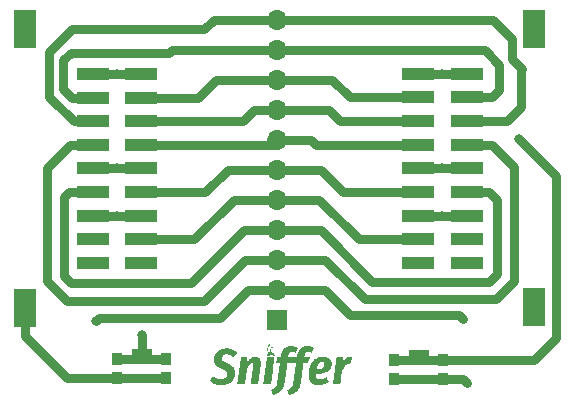
<source format=gbr>
%TF.GenerationSoftware,KiCad,Pcbnew,7.0.2*%
%TF.CreationDate,2023-12-17T17:40:19-05:00*%
%TF.ProjectId,AntSniffer,416e7453-6e69-4666-9665-722e6b696361,rev?*%
%TF.SameCoordinates,Original*%
%TF.FileFunction,Copper,L1,Top*%
%TF.FilePolarity,Positive*%
%FSLAX46Y46*%
G04 Gerber Fmt 4.6, Leading zero omitted, Abs format (unit mm)*
G04 Created by KiCad (PCBNEW 7.0.2) date 2023-12-17 17:40:19*
%MOMM*%
%LPD*%
G01*
G04 APERTURE LIST*
%TA.AperFunction,SMDPad,CuDef*%
%ADD10R,2.800000X1.100000*%
%TD*%
%TA.AperFunction,SMDPad,CuDef*%
%ADD11R,1.900000X3.200000*%
%TD*%
%TA.AperFunction,SMDPad,CuDef*%
%ADD12R,0.900000X1.000000*%
%TD*%
%TA.AperFunction,SMDPad,CuDef*%
%ADD13R,1.700000X0.550000*%
%TD*%
%TA.AperFunction,ComponentPad*%
%ADD14R,1.700000X1.700000*%
%TD*%
%TA.AperFunction,ComponentPad*%
%ADD15O,1.700000X1.700000*%
%TD*%
%TA.AperFunction,ViaPad*%
%ADD16C,0.800000*%
%TD*%
%TA.AperFunction,Conductor*%
%ADD17C,0.750000*%
%TD*%
%TA.AperFunction,Conductor*%
%ADD18C,0.250000*%
%TD*%
G04 APERTURE END LIST*
%TA.AperFunction,EtchedComponent*%
%TO.C,G\u002A\u002A\u002A*%
G36*
X167692774Y-69570285D02*
G01*
X167749495Y-69570530D01*
X167801344Y-69570917D01*
X167847184Y-69571429D01*
X167885881Y-69572051D01*
X167916299Y-69572768D01*
X167937302Y-69573561D01*
X167947751Y-69574417D01*
X167948713Y-69574738D01*
X167948137Y-69581100D01*
X167945963Y-69598860D01*
X167942268Y-69627428D01*
X167937135Y-69666218D01*
X167930645Y-69714644D01*
X167922873Y-69772118D01*
X167913906Y-69838053D01*
X167903822Y-69911864D01*
X167892700Y-69992961D01*
X167880622Y-70080762D01*
X167867666Y-70174676D01*
X167853914Y-70274117D01*
X167839448Y-70378498D01*
X167824345Y-70487233D01*
X167808688Y-70599734D01*
X167793224Y-70710625D01*
X167635308Y-71841975D01*
X167319255Y-71843540D01*
X167249008Y-71843862D01*
X167189912Y-71844058D01*
X167141018Y-71844101D01*
X167101378Y-71843969D01*
X167070041Y-71843638D01*
X167046061Y-71843081D01*
X167028484Y-71842277D01*
X167016365Y-71841197D01*
X167008757Y-71839822D01*
X167004706Y-71838122D01*
X167003266Y-71836076D01*
X167003200Y-71835400D01*
X167004020Y-71828671D01*
X167006410Y-71810678D01*
X167010271Y-71782140D01*
X167015504Y-71743775D01*
X167022008Y-71696305D01*
X167029684Y-71640446D01*
X167038431Y-71576919D01*
X167048151Y-71506444D01*
X167058743Y-71429740D01*
X167070107Y-71347523D01*
X167082143Y-71260518D01*
X167094751Y-71169440D01*
X167107832Y-71075012D01*
X167121287Y-70977950D01*
X167135012Y-70878974D01*
X167148912Y-70778804D01*
X167162884Y-70678160D01*
X167176831Y-70577762D01*
X167190650Y-70478325D01*
X167204242Y-70380573D01*
X167217509Y-70285221D01*
X167230349Y-70192993D01*
X167242664Y-70104606D01*
X167254352Y-70020778D01*
X167265314Y-69942231D01*
X167275450Y-69869683D01*
X167284662Y-69803855D01*
X167292847Y-69745462D01*
X167299908Y-69695228D01*
X167305742Y-69653869D01*
X167310253Y-69622106D01*
X167313338Y-69600659D01*
X167314899Y-69590247D01*
X167314962Y-69589863D01*
X167318349Y-69570200D01*
X167632318Y-69570200D01*
X167692774Y-69570285D01*
G37*
%TD.AperFunction*%
%TA.AperFunction,EtchedComponent*%
G36*
X174359356Y-69511426D02*
G01*
X174363025Y-69511561D01*
X174401135Y-69513907D01*
X174438799Y-69517870D01*
X174473734Y-69523049D01*
X174503658Y-69529045D01*
X174526290Y-69535460D01*
X174539347Y-69541894D01*
X174540061Y-69542545D01*
X174538979Y-69548747D01*
X174534720Y-69565206D01*
X174527676Y-69590612D01*
X174518239Y-69623663D01*
X174506801Y-69663050D01*
X174493757Y-69707469D01*
X174479497Y-69755614D01*
X174464416Y-69806179D01*
X174448906Y-69857857D01*
X174433359Y-69909343D01*
X174418169Y-69959331D01*
X174403727Y-70006514D01*
X174390427Y-70049588D01*
X174378662Y-70087248D01*
X174368825Y-70118184D01*
X174361306Y-70141094D01*
X174356500Y-70154670D01*
X174355000Y-70157889D01*
X174347658Y-70158428D01*
X174331380Y-70156648D01*
X174309037Y-70152916D01*
X174296475Y-70150427D01*
X174233640Y-70140636D01*
X174175082Y-70138592D01*
X174120383Y-70144674D01*
X174069131Y-70159257D01*
X174020912Y-70182719D01*
X173975312Y-70215437D01*
X173931917Y-70257788D01*
X173890312Y-70310148D01*
X173850087Y-70372897D01*
X173810823Y-70446409D01*
X173772111Y-70531064D01*
X173733534Y-70627232D01*
X173713519Y-70681560D01*
X173682700Y-70767446D01*
X173609756Y-71301063D01*
X173598930Y-71380049D01*
X173588521Y-71455622D01*
X173578649Y-71526915D01*
X173569434Y-71593069D01*
X173561000Y-71653222D01*
X173553467Y-71706512D01*
X173546960Y-71752078D01*
X173541597Y-71789058D01*
X173537502Y-71816591D01*
X173534796Y-71833813D01*
X173533622Y-71839839D01*
X173527285Y-71840695D01*
X173510278Y-71841492D01*
X173483967Y-71842222D01*
X173449722Y-71842883D01*
X173408909Y-71843468D01*
X173362892Y-71843973D01*
X173313044Y-71844392D01*
X173260728Y-71844721D01*
X173207312Y-71844954D01*
X173154165Y-71845085D01*
X173102652Y-71845112D01*
X173054140Y-71845026D01*
X173009999Y-71844824D01*
X172971594Y-71844500D01*
X172940292Y-71844050D01*
X172917463Y-71843468D01*
X172904471Y-71842750D01*
X172901950Y-71842204D01*
X172902770Y-71836021D01*
X172905184Y-71818440D01*
X172909104Y-71790048D01*
X172914451Y-71751431D01*
X172921145Y-71703178D01*
X172929102Y-71645872D01*
X172938241Y-71580102D01*
X172948480Y-71506454D01*
X172959739Y-71425512D01*
X172971934Y-71337868D01*
X172984986Y-71244104D01*
X172998813Y-71144807D01*
X173013333Y-71040565D01*
X173028463Y-70931964D01*
X173044125Y-70819592D01*
X173059250Y-70711088D01*
X173075337Y-70595647D01*
X173090972Y-70483397D01*
X173106073Y-70374923D01*
X173120557Y-70270815D01*
X173134343Y-70171663D01*
X173147350Y-70078054D01*
X173159493Y-69990579D01*
X173170694Y-69909827D01*
X173180870Y-69836384D01*
X173189938Y-69770840D01*
X173197821Y-69713788D01*
X173204431Y-69665812D01*
X173209691Y-69627504D01*
X173213518Y-69599451D01*
X173215829Y-69582243D01*
X173216550Y-69576485D01*
X173222107Y-69574780D01*
X173238882Y-69573350D01*
X173267023Y-69572190D01*
X173306677Y-69571299D01*
X173357995Y-69570675D01*
X173421125Y-69570308D01*
X173489623Y-69570200D01*
X173762698Y-69570200D01*
X173758597Y-69768338D01*
X173754495Y-69966475D01*
X173781182Y-69917431D01*
X173835220Y-69827104D01*
X173893041Y-69747681D01*
X173954478Y-69679308D01*
X174019369Y-69622131D01*
X174087549Y-69576299D01*
X174158855Y-69541956D01*
X174225632Y-69520975D01*
X174249850Y-69515692D01*
X174271833Y-69512334D01*
X174295080Y-69510664D01*
X174323088Y-69510442D01*
X174359356Y-69511426D01*
G37*
%TD.AperFunction*%
%TA.AperFunction,EtchedComponent*%
G36*
X164033433Y-68813031D02*
G01*
X164154907Y-68828422D01*
X164270099Y-68854139D01*
X164379047Y-68890193D01*
X164481787Y-68936603D01*
X164578357Y-68993379D01*
X164668795Y-69060541D01*
X164753138Y-69138100D01*
X164753639Y-69138609D01*
X164806102Y-69192075D01*
X164635579Y-69365162D01*
X164465058Y-69538249D01*
X164419768Y-69499239D01*
X164346653Y-69441782D01*
X164272390Y-69394130D01*
X164198186Y-69356980D01*
X164129410Y-69332211D01*
X164062467Y-69316905D01*
X163991395Y-69307870D01*
X163919755Y-69305242D01*
X163851105Y-69309155D01*
X163790650Y-69319350D01*
X163729105Y-69339404D01*
X163673012Y-69368451D01*
X163623541Y-69405396D01*
X163581861Y-69449147D01*
X163549142Y-69498608D01*
X163526558Y-69552687D01*
X163521666Y-69570764D01*
X163512475Y-69632477D01*
X163514380Y-69691330D01*
X163527165Y-69746441D01*
X163550610Y-69796925D01*
X163584498Y-69841898D01*
X163590197Y-69847840D01*
X163616761Y-69872236D01*
X163648556Y-69896643D01*
X163686561Y-69921612D01*
X163731755Y-69947693D01*
X163785123Y-69975438D01*
X163847641Y-70005401D01*
X163920295Y-70038131D01*
X163957025Y-70054112D01*
X164039906Y-70090879D01*
X164112630Y-70125506D01*
X164176755Y-70158897D01*
X164233834Y-70191953D01*
X164285423Y-70225577D01*
X164333077Y-70260669D01*
X164378353Y-70298133D01*
X164379351Y-70299007D01*
X164440705Y-70358739D01*
X164492080Y-70422219D01*
X164533983Y-70490525D01*
X164566929Y-70564736D01*
X164591428Y-70645924D01*
X164607993Y-70735172D01*
X164614403Y-70793812D01*
X164617745Y-70902144D01*
X164609768Y-71009391D01*
X164590820Y-71114520D01*
X164561257Y-71216497D01*
X164521427Y-71314288D01*
X164471685Y-71406860D01*
X164412381Y-71493176D01*
X164352469Y-71563243D01*
X164270773Y-71640842D01*
X164181526Y-71709089D01*
X164085049Y-71767824D01*
X163981665Y-71816882D01*
X163871698Y-71856100D01*
X163755470Y-71885313D01*
X163695166Y-71896108D01*
X163667835Y-71899805D01*
X163633442Y-71903614D01*
X163594769Y-71907312D01*
X163554603Y-71910682D01*
X163515730Y-71913501D01*
X163480933Y-71915550D01*
X163453002Y-71916610D01*
X163436725Y-71916564D01*
X163423851Y-71915915D01*
X163401882Y-71914715D01*
X163373802Y-71913129D01*
X163342596Y-71911325D01*
X163339925Y-71911169D01*
X163213056Y-71898266D01*
X163091969Y-71874751D01*
X162976579Y-71840602D01*
X162866799Y-71795786D01*
X162762546Y-71740277D01*
X162710725Y-71707336D01*
X162667755Y-71676785D01*
X162623421Y-71642347D01*
X162580246Y-71606190D01*
X162540752Y-71570478D01*
X162507465Y-71537376D01*
X162490155Y-71518052D01*
X162463186Y-71485918D01*
X162568805Y-71383973D01*
X162604519Y-71349556D01*
X162643101Y-71312470D01*
X162681809Y-71275340D01*
X162717908Y-71240793D01*
X162748663Y-71211451D01*
X162754508Y-71205891D01*
X162834590Y-71129752D01*
X162880246Y-71172391D01*
X162960293Y-71240540D01*
X163041977Y-71296830D01*
X163125776Y-71341450D01*
X163212174Y-71374585D01*
X163301651Y-71396422D01*
X163394687Y-71407147D01*
X163485125Y-71407299D01*
X163555898Y-71400749D01*
X163619211Y-71388012D01*
X163678449Y-71368263D01*
X163717480Y-71350729D01*
X163776863Y-71315083D01*
X163827320Y-71271463D01*
X163868548Y-71220381D01*
X163900242Y-71162355D01*
X163922098Y-71097894D01*
X163933813Y-71027517D01*
X163935850Y-70981072D01*
X163932124Y-70926291D01*
X163921578Y-70872350D01*
X163905162Y-70823428D01*
X163895201Y-70802435D01*
X163874220Y-70769832D01*
X163845965Y-70737509D01*
X163809820Y-70705055D01*
X163765166Y-70672062D01*
X163711383Y-70638115D01*
X163647856Y-70602805D01*
X163573963Y-70565722D01*
X163489088Y-70526455D01*
X163460925Y-70513983D01*
X163351049Y-70462700D01*
X163252886Y-70410217D01*
X163166080Y-70356068D01*
X163090268Y-70299788D01*
X163025090Y-70240911D01*
X162970182Y-70178972D01*
X162925188Y-70113508D01*
X162889742Y-70044051D01*
X162863485Y-69970134D01*
X162846056Y-69891295D01*
X162837092Y-69807068D01*
X162836235Y-69716988D01*
X162836513Y-69709350D01*
X162846434Y-69606093D01*
X162867592Y-69506530D01*
X162899531Y-69411241D01*
X162941797Y-69320801D01*
X162993935Y-69235788D01*
X163055490Y-69156782D01*
X163126006Y-69084358D01*
X163205030Y-69019094D01*
X163292105Y-68961567D01*
X163386779Y-68912356D01*
X163488594Y-68872039D01*
X163498736Y-68868655D01*
X163595344Y-68841378D01*
X163694617Y-68822406D01*
X163798926Y-68811382D01*
X163905639Y-68807951D01*
X164033433Y-68813031D01*
G37*
%TD.AperFunction*%
%TA.AperFunction,EtchedComponent*%
G36*
X167539439Y-68473383D02*
G01*
X167554929Y-68478135D01*
X167567515Y-68488955D01*
X167579712Y-68505235D01*
X167588109Y-68526233D01*
X167590006Y-68551822D01*
X167585544Y-68576639D01*
X167577417Y-68592431D01*
X167555957Y-68612224D01*
X167531009Y-68623308D01*
X167507843Y-68624461D01*
X167496443Y-68623690D01*
X167487306Y-68626737D01*
X167479021Y-68635314D01*
X167470174Y-68651127D01*
X167459352Y-68675889D01*
X167453568Y-68690138D01*
X167438569Y-68729499D01*
X167428051Y-68763088D01*
X167421343Y-68794716D01*
X167417778Y-68828192D01*
X167416690Y-68867327D01*
X167417014Y-68898650D01*
X167417888Y-68934166D01*
X167419222Y-68960760D01*
X167421495Y-68981611D01*
X167425191Y-68999899D01*
X167430789Y-69018800D01*
X167438529Y-69040825D01*
X167451368Y-69074462D01*
X167463894Y-69104245D01*
X167475243Y-69128365D01*
X167484558Y-69145017D01*
X167490973Y-69152397D01*
X167491840Y-69152602D01*
X167499520Y-69150734D01*
X167515050Y-69146022D01*
X167532002Y-69140502D01*
X167553321Y-69134083D01*
X167571808Y-69129745D01*
X167581256Y-69128550D01*
X167586501Y-69128119D01*
X167590261Y-69125609D01*
X167592875Y-69119209D01*
X167594685Y-69107100D01*
X167596028Y-69087465D01*
X167597246Y-69058490D01*
X167597934Y-69039313D01*
X167599354Y-69005456D01*
X167601083Y-68973910D01*
X167602934Y-68947617D01*
X167604712Y-68929518D01*
X167605247Y-68925875D01*
X167609600Y-68908339D01*
X167617371Y-68883799D01*
X167627282Y-68855692D01*
X167638049Y-68827457D01*
X167648391Y-68802530D01*
X167657026Y-68784351D01*
X167659749Y-68779687D01*
X167664860Y-68769014D01*
X167663598Y-68758305D01*
X167658813Y-68747589D01*
X167652320Y-68721997D01*
X167657699Y-68695725D01*
X167674769Y-68669529D01*
X167690605Y-68655083D01*
X167708574Y-68647905D01*
X167720956Y-68645952D01*
X167751786Y-68647557D01*
X167776998Y-68658670D01*
X167795326Y-68677515D01*
X167805507Y-68702308D01*
X167806275Y-68731270D01*
X167799288Y-68756183D01*
X167787214Y-68775335D01*
X167768668Y-68787713D01*
X167741309Y-68794769D01*
X167735774Y-68795524D01*
X167722077Y-68797623D01*
X167712912Y-68801451D01*
X167705813Y-68809527D01*
X167698311Y-68824371D01*
X167691056Y-68841175D01*
X167677546Y-68874707D01*
X167667756Y-68904251D01*
X167660977Y-68933296D01*
X167656506Y-68965331D01*
X167653630Y-69003846D01*
X167652360Y-69031959D01*
X167648990Y-69119893D01*
X167696658Y-69129654D01*
X167726667Y-69135859D01*
X167747530Y-69140476D01*
X167761966Y-69144287D01*
X167772696Y-69148085D01*
X167782435Y-69152658D01*
X167790236Y-69156804D01*
X167841455Y-69190198D01*
X167886222Y-69230738D01*
X167923403Y-69276779D01*
X167951861Y-69326680D01*
X167970462Y-69378798D01*
X167977946Y-69428368D01*
X167979625Y-69464325D01*
X167927840Y-69466062D01*
X167876054Y-69467797D01*
X167872953Y-69444887D01*
X167868000Y-69426427D01*
X167858724Y-69404272D01*
X167852055Y-69391725D01*
X167838692Y-69372317D01*
X167822893Y-69357666D01*
X167800384Y-69343945D01*
X167796326Y-69341813D01*
X167759569Y-69326817D01*
X167725761Y-69322346D01*
X167692104Y-69328279D01*
X167671683Y-69336377D01*
X167636381Y-69359024D01*
X167609876Y-69389978D01*
X167592192Y-69429207D01*
X167591586Y-69431228D01*
X167580975Y-69467334D01*
X167535600Y-69467806D01*
X167512305Y-69468170D01*
X167493090Y-69468691D01*
X167481755Y-69469264D01*
X167481150Y-69469327D01*
X167472071Y-69469591D01*
X167453337Y-69469598D01*
X167427392Y-69469365D01*
X167396677Y-69468906D01*
X167385107Y-69468692D01*
X167298137Y-69467009D01*
X167302184Y-69435417D01*
X167312377Y-69382020D01*
X167328150Y-69334387D01*
X167346057Y-69299346D01*
X167356638Y-69281755D01*
X167363933Y-69268011D01*
X167366200Y-69261834D01*
X167370600Y-69253822D01*
X167373763Y-69251219D01*
X167381432Y-69244599D01*
X167394664Y-69231750D01*
X167410767Y-69215293D01*
X167412854Y-69213105D01*
X167444381Y-69179975D01*
X167427979Y-69155598D01*
X167419406Y-69140000D01*
X167408649Y-69116262D01*
X167397169Y-69087786D01*
X167387734Y-69061823D01*
X167363893Y-68992425D01*
X167364149Y-68886550D01*
X167364334Y-68847870D01*
X167364886Y-68818592D01*
X167366128Y-68796024D01*
X167368383Y-68777463D01*
X167371971Y-68760220D01*
X167377216Y-68741592D01*
X167384020Y-68720175D01*
X167394707Y-68689834D01*
X167406915Y-68659208D01*
X167418685Y-68633079D01*
X167423695Y-68623371D01*
X167435085Y-68600888D01*
X167441005Y-68582513D01*
X167442951Y-68562461D01*
X167442888Y-68549278D01*
X167442934Y-68527740D01*
X167445283Y-68513796D01*
X167451390Y-68502974D01*
X167461601Y-68491909D01*
X167474271Y-68480583D01*
X167486272Y-68474717D01*
X167502485Y-68472561D01*
X167516487Y-68472328D01*
X167539439Y-68473383D01*
G37*
%TD.AperFunction*%
%TA.AperFunction,EtchedComponent*%
G36*
X166409209Y-69503340D02*
G01*
X166478964Y-69516525D01*
X166544018Y-69538846D01*
X166603377Y-69570109D01*
X166656043Y-69610121D01*
X166701018Y-69658687D01*
X166704052Y-69662666D01*
X166743676Y-69725055D01*
X166774988Y-69795093D01*
X166797581Y-69871270D01*
X166811045Y-69952074D01*
X166814973Y-70035995D01*
X166813828Y-70069325D01*
X166812569Y-70082445D01*
X166809693Y-70106805D01*
X166805297Y-70141669D01*
X166799485Y-70186302D01*
X166792356Y-70239965D01*
X166784009Y-70301924D01*
X166774549Y-70371442D01*
X166764073Y-70447782D01*
X166752680Y-70530207D01*
X166740475Y-70617979D01*
X166727556Y-70710367D01*
X166714025Y-70806631D01*
X166699980Y-70906035D01*
X166688982Y-70983530D01*
X166674742Y-71083712D01*
X166660976Y-71180607D01*
X166647781Y-71273542D01*
X166635250Y-71361838D01*
X166623483Y-71444821D01*
X166612572Y-71521814D01*
X166602613Y-71592144D01*
X166593703Y-71655132D01*
X166585937Y-71710104D01*
X166579412Y-71756385D01*
X166574221Y-71793297D01*
X166570462Y-71820166D01*
X166568227Y-71836315D01*
X166567600Y-71841118D01*
X166561737Y-71841858D01*
X166544891Y-71842553D01*
X166518176Y-71843188D01*
X166482712Y-71843749D01*
X166439615Y-71844223D01*
X166390002Y-71844596D01*
X166334989Y-71844855D01*
X166275693Y-71844984D01*
X166249303Y-71845000D01*
X165931004Y-71845000D01*
X165934523Y-71825337D01*
X165936528Y-71812823D01*
X165940037Y-71789404D01*
X165944928Y-71755966D01*
X165951076Y-71713396D01*
X165958357Y-71662578D01*
X165966646Y-71604403D01*
X165975821Y-71539755D01*
X165985758Y-71469520D01*
X165996331Y-71394587D01*
X166007418Y-71315842D01*
X166018895Y-71234171D01*
X166030635Y-71150462D01*
X166042519Y-71065600D01*
X166054420Y-70980473D01*
X166066212Y-70895968D01*
X166077775Y-70812972D01*
X166088983Y-70732370D01*
X166099712Y-70655051D01*
X166109840Y-70581902D01*
X166119240Y-70513806D01*
X166127790Y-70451654D01*
X166135364Y-70396328D01*
X166141842Y-70348719D01*
X166147097Y-70309712D01*
X166151004Y-70280194D01*
X166153442Y-70261052D01*
X166154252Y-70253762D01*
X166155015Y-70216237D01*
X166152040Y-70178411D01*
X166145863Y-70143626D01*
X166137018Y-70115220D01*
X166129817Y-70101344D01*
X166105462Y-70075020D01*
X166075401Y-70058878D01*
X166040761Y-70053110D01*
X166002671Y-70057914D01*
X165963980Y-70072617D01*
X165926283Y-70096696D01*
X165886345Y-70132219D01*
X165844458Y-70178797D01*
X165800914Y-70236038D01*
X165756003Y-70303556D01*
X165710021Y-70380961D01*
X165663256Y-70467865D01*
X165654737Y-70484570D01*
X165616885Y-70559375D01*
X165527866Y-71200675D01*
X165438848Y-71841975D01*
X165122950Y-71843540D01*
X165053027Y-71843870D01*
X164994242Y-71844090D01*
X164945630Y-71844171D01*
X164906229Y-71844085D01*
X164875076Y-71843805D01*
X164851208Y-71843299D01*
X164833662Y-71842540D01*
X164821474Y-71841500D01*
X164813681Y-71840151D01*
X164809323Y-71838462D01*
X164807434Y-71836409D01*
X164807050Y-71834188D01*
X164807870Y-71827341D01*
X164810262Y-71809233D01*
X164814126Y-71780579D01*
X164819363Y-71742103D01*
X164825871Y-71694524D01*
X164833553Y-71638559D01*
X164842305Y-71574934D01*
X164852032Y-71504366D01*
X164862629Y-71427574D01*
X164873999Y-71345279D01*
X164886041Y-71258203D01*
X164898656Y-71167064D01*
X164911743Y-71072584D01*
X164925203Y-70975481D01*
X164938934Y-70876476D01*
X164952838Y-70776289D01*
X164966813Y-70675641D01*
X164980762Y-70575255D01*
X164994583Y-70475844D01*
X165008174Y-70378132D01*
X165021440Y-70282839D01*
X165034279Y-70190685D01*
X165046588Y-70102390D01*
X165058268Y-70018675D01*
X165069223Y-69940260D01*
X165079349Y-69867865D01*
X165088548Y-69802209D01*
X165096719Y-69744014D01*
X165103762Y-69693999D01*
X165109578Y-69652883D01*
X165114066Y-69621389D01*
X165117125Y-69600235D01*
X165118657Y-69590140D01*
X165118706Y-69589863D01*
X165122199Y-69570200D01*
X165393167Y-69570200D01*
X165449229Y-69570255D01*
X165501485Y-69570411D01*
X165548708Y-69570656D01*
X165589673Y-69570980D01*
X165623156Y-69571371D01*
X165647930Y-69571819D01*
X165662770Y-69572311D01*
X165666655Y-69572713D01*
X165667190Y-69579227D01*
X165667281Y-69596056D01*
X165666952Y-69621425D01*
X165666233Y-69653560D01*
X165665151Y-69690679D01*
X165664593Y-69707325D01*
X165663275Y-69749803D01*
X165662260Y-69791589D01*
X165661592Y-69829970D01*
X165661316Y-69862231D01*
X165661479Y-69885660D01*
X165661568Y-69889045D01*
X165663125Y-69938664D01*
X165708500Y-69877229D01*
X165766804Y-69804186D01*
X165829085Y-69737091D01*
X165894013Y-69677062D01*
X165960261Y-69625216D01*
X166026494Y-69582671D01*
X166091384Y-69550545D01*
X166103122Y-69545837D01*
X166181712Y-69520540D01*
X166259587Y-69505154D01*
X166335751Y-69499486D01*
X166409209Y-69503340D01*
G37*
%TD.AperFunction*%
%TA.AperFunction,EtchedComponent*%
G36*
X172114958Y-69500682D02*
G01*
X172216206Y-69510079D01*
X172313744Y-69528367D01*
X172405911Y-69555731D01*
X172416576Y-69559649D01*
X172491021Y-69593379D01*
X172560215Y-69636186D01*
X172622996Y-69686909D01*
X172678202Y-69744391D01*
X172724669Y-69807469D01*
X172761240Y-69874986D01*
X172779578Y-69921990D01*
X172798548Y-69997175D01*
X172807981Y-70077412D01*
X172808061Y-70160553D01*
X172798976Y-70244449D01*
X172780911Y-70326954D01*
X172754052Y-70405917D01*
X172733905Y-70450475D01*
X172695895Y-70516988D01*
X172651008Y-70577334D01*
X172598197Y-70632484D01*
X172536418Y-70683414D01*
X172464635Y-70731093D01*
X172387700Y-70773517D01*
X172268735Y-70828501D01*
X172140009Y-70877623D01*
X172002497Y-70920613D01*
X171857166Y-70957198D01*
X171704991Y-70987103D01*
X171546943Y-71010058D01*
X171542212Y-71010625D01*
X171480200Y-71018021D01*
X171480200Y-71045980D01*
X171482735Y-71096206D01*
X171489841Y-71148794D01*
X171500760Y-71200259D01*
X171514734Y-71247112D01*
X171531007Y-71285868D01*
X171533128Y-71289903D01*
X171552303Y-71317864D01*
X171578962Y-71346933D01*
X171609386Y-71373641D01*
X171639860Y-71394519D01*
X171651961Y-71400799D01*
X171701128Y-71417973D01*
X171757860Y-71428712D01*
X171819411Y-71432907D01*
X171883034Y-71430457D01*
X171945981Y-71421253D01*
X171979325Y-71413276D01*
X172044457Y-71391683D01*
X172114576Y-71361853D01*
X172187149Y-71325028D01*
X172259635Y-71282447D01*
X172298129Y-71257307D01*
X172316064Y-71245618D01*
X172330162Y-71237295D01*
X172337412Y-71234113D01*
X172337454Y-71234115D01*
X172341427Y-71239160D01*
X172350572Y-71253264D01*
X172364041Y-71274984D01*
X172380990Y-71302879D01*
X172400568Y-71335510D01*
X172421934Y-71371436D01*
X172444236Y-71409219D01*
X172466631Y-71447413D01*
X172488270Y-71484583D01*
X172508310Y-71519286D01*
X172525901Y-71550082D01*
X172540198Y-71575530D01*
X172550353Y-71594192D01*
X172555521Y-71604623D01*
X172555967Y-71605908D01*
X172552086Y-71614086D01*
X172538963Y-71627071D01*
X172518007Y-71643934D01*
X172490631Y-71663747D01*
X172458247Y-71685584D01*
X172422269Y-71708518D01*
X172384106Y-71731623D01*
X172345170Y-71753967D01*
X172306875Y-71774627D01*
X172274119Y-71791015D01*
X172211933Y-71818095D01*
X172142529Y-71843781D01*
X172070785Y-71866450D01*
X172001581Y-71884484D01*
X171976300Y-71889918D01*
X171945702Y-71895266D01*
X171908439Y-71900591D01*
X171867351Y-71905608D01*
X171825271Y-71910033D01*
X171785038Y-71913579D01*
X171749491Y-71915962D01*
X171721465Y-71916894D01*
X171710100Y-71916678D01*
X171698172Y-71915935D01*
X171677241Y-71914526D01*
X171650370Y-71912658D01*
X171623703Y-71910765D01*
X171516892Y-71897934D01*
X171416851Y-71875393D01*
X171323864Y-71843376D01*
X171238218Y-71802115D01*
X171160194Y-71751846D01*
X171090078Y-71692800D01*
X171028153Y-71625213D01*
X170974706Y-71549320D01*
X170930018Y-71465351D01*
X170894375Y-71373542D01*
X170872138Y-71292757D01*
X170858988Y-71220805D01*
X170850036Y-71139744D01*
X170845272Y-71051810D01*
X170844684Y-70959237D01*
X170848259Y-70864259D01*
X170855988Y-70769112D01*
X170867856Y-70676028D01*
X170875643Y-70629277D01*
X170881098Y-70603349D01*
X171517766Y-70603349D01*
X171518211Y-70611314D01*
X171522809Y-70615572D01*
X171533434Y-70616660D01*
X171551958Y-70615117D01*
X171580252Y-70611483D01*
X171587148Y-70610565D01*
X171691996Y-70593026D01*
X171786403Y-70569593D01*
X171870540Y-70540190D01*
X171944577Y-70504740D01*
X172008684Y-70463165D01*
X172063029Y-70415391D01*
X172092064Y-70382412D01*
X172131015Y-70326188D01*
X172158465Y-70269395D01*
X172174965Y-70210404D01*
X172181070Y-70147585D01*
X172180711Y-70120750D01*
X172175109Y-70069780D01*
X172162642Y-70028086D01*
X172142765Y-69994634D01*
X172114935Y-69968381D01*
X172094275Y-69955693D01*
X172072907Y-69948300D01*
X172043109Y-69943033D01*
X172008394Y-69940106D01*
X171972278Y-69939733D01*
X171938278Y-69942129D01*
X171919856Y-69945087D01*
X171882341Y-69956461D01*
X171841825Y-69974676D01*
X171803088Y-69997312D01*
X171774701Y-70018592D01*
X171741293Y-70052600D01*
X171707247Y-70096941D01*
X171673558Y-70149954D01*
X171641214Y-70209982D01*
X171611214Y-70275370D01*
X171592291Y-70323032D01*
X171582474Y-70351634D01*
X171571149Y-70388202D01*
X171559145Y-70429666D01*
X171547298Y-70472954D01*
X171536440Y-70514998D01*
X171527403Y-70552727D01*
X171521018Y-70583069D01*
X171519603Y-70591137D01*
X171517766Y-70603349D01*
X170881098Y-70603349D01*
X170898484Y-70520725D01*
X170927121Y-70413997D01*
X170960802Y-70311245D01*
X170998779Y-70214615D01*
X171040302Y-70126254D01*
X171070266Y-70071842D01*
X171127976Y-69982828D01*
X171193372Y-69897705D01*
X171264695Y-69818379D01*
X171340188Y-69746761D01*
X171418095Y-69684761D01*
X171441713Y-69668297D01*
X171522471Y-69620639D01*
X171611136Y-69580577D01*
X171706046Y-69548296D01*
X171805542Y-69523982D01*
X171907966Y-69507817D01*
X172011658Y-69499990D01*
X172114958Y-69500682D01*
G37*
%TD.AperFunction*%
%TA.AperFunction,EtchedComponent*%
G36*
X169463821Y-68605280D02*
G01*
X169496722Y-68608017D01*
X169570556Y-68619221D01*
X169646623Y-68636412D01*
X169719432Y-68658239D01*
X169756712Y-68671976D01*
X169787565Y-68685310D01*
X169822447Y-68702072D01*
X169858420Y-68720681D01*
X169892552Y-68739563D01*
X169921909Y-68757135D01*
X169943556Y-68771824D01*
X169946232Y-68773898D01*
X169962959Y-68787237D01*
X169853096Y-68971507D01*
X169827506Y-69014347D01*
X169803784Y-69053908D01*
X169782662Y-69088976D01*
X169764871Y-69118347D01*
X169751141Y-69140813D01*
X169742205Y-69155167D01*
X169738867Y-69160150D01*
X169731960Y-69159465D01*
X169716842Y-69154120D01*
X169696012Y-69145078D01*
X169680185Y-69137474D01*
X169648344Y-69123267D01*
X169611227Y-69109174D01*
X169575431Y-69097643D01*
X169565375Y-69094904D01*
X169536944Y-69088057D01*
X169513100Y-69083730D01*
X169489621Y-69081512D01*
X169462275Y-69080994D01*
X169429250Y-69081690D01*
X169382755Y-69084373D01*
X169345439Y-69089891D01*
X169314524Y-69099199D01*
X169287236Y-69113252D01*
X169260797Y-69133007D01*
X169248517Y-69143935D01*
X169212590Y-69185271D01*
X169183021Y-69236829D01*
X169159860Y-69298509D01*
X169145318Y-69358450D01*
X169142411Y-69374890D01*
X169138507Y-69398839D01*
X169133979Y-69427778D01*
X169129201Y-69459183D01*
X169124552Y-69490534D01*
X169120404Y-69519311D01*
X169117133Y-69542992D01*
X169115115Y-69559054D01*
X169114650Y-69564483D01*
X169120604Y-69565694D01*
X169138093Y-69566781D01*
X169166551Y-69567734D01*
X169205412Y-69568545D01*
X169254108Y-69569205D01*
X169312076Y-69569704D01*
X169378750Y-69570037D01*
X169453564Y-69570191D01*
X169480000Y-69570200D01*
X169845352Y-69570200D01*
X169848830Y-69550538D01*
X169850833Y-69537747D01*
X169854038Y-69515598D01*
X169858071Y-69486729D01*
X169862565Y-69453783D01*
X169864799Y-69437100D01*
X169869946Y-69399916D01*
X169875462Y-69362447D01*
X169880785Y-69328392D01*
X169885348Y-69301456D01*
X169886558Y-69294925D01*
X169911807Y-69193079D01*
X169947391Y-69096516D01*
X169992929Y-69005974D01*
X170048039Y-68922189D01*
X170112344Y-68845894D01*
X170125257Y-68832623D01*
X170192864Y-68772365D01*
X170266771Y-68721403D01*
X170347669Y-68679389D01*
X170436254Y-68645972D01*
X170533221Y-68620804D01*
X170556148Y-68616264D01*
X170590342Y-68611512D01*
X170633410Y-68608061D01*
X170682487Y-68605910D01*
X170734711Y-68605060D01*
X170787218Y-68605511D01*
X170837146Y-68607265D01*
X170881630Y-68610318D01*
X170917808Y-68614674D01*
X170926625Y-68616239D01*
X171025584Y-68639763D01*
X171115099Y-68669826D01*
X171146973Y-68683086D01*
X171176235Y-68696762D01*
X171207715Y-68712804D01*
X171239116Y-68729894D01*
X171268139Y-68746710D01*
X171292486Y-68761933D01*
X171309858Y-68774245D01*
X171316769Y-68780581D01*
X171317966Y-68784456D01*
X171316720Y-68791326D01*
X171312514Y-68802168D01*
X171304835Y-68817962D01*
X171293163Y-68839687D01*
X171276984Y-68868326D01*
X171255781Y-68904856D01*
X171229037Y-68950256D01*
X171213909Y-68975775D01*
X171188387Y-69018739D01*
X171164832Y-69058331D01*
X171143953Y-69093368D01*
X171126456Y-69122664D01*
X171113050Y-69145035D01*
X171104443Y-69159293D01*
X171101363Y-69164239D01*
X171095411Y-69162842D01*
X171081815Y-69156863D01*
X171063512Y-69147595D01*
X171063391Y-69147531D01*
X170989308Y-69113847D01*
X170915071Y-69091903D01*
X170839468Y-69081385D01*
X170803716Y-69080299D01*
X170750462Y-69082733D01*
X170706139Y-69090296D01*
X170668369Y-69103822D01*
X170634773Y-69124149D01*
X170605038Y-69150032D01*
X170580065Y-69178541D01*
X170558824Y-69211277D01*
X170540748Y-69249731D01*
X170525270Y-69295390D01*
X170511820Y-69349737D01*
X170499836Y-69414267D01*
X170496707Y-69434075D01*
X170491430Y-69468497D01*
X170486552Y-69500112D01*
X170482471Y-69526356D01*
X170479586Y-69544660D01*
X170478631Y-69550538D01*
X170475350Y-69570200D01*
X170718129Y-69570200D01*
X170780969Y-69570273D01*
X170832616Y-69570512D01*
X170873977Y-69570944D01*
X170905956Y-69571599D01*
X170929460Y-69572504D01*
X170945396Y-69573689D01*
X170954668Y-69575181D01*
X170958185Y-69577011D01*
X170958212Y-69577763D01*
X170955915Y-69585091D01*
X170950541Y-69602688D01*
X170942488Y-69629234D01*
X170932152Y-69663411D01*
X170919938Y-69703898D01*
X170906240Y-69749374D01*
X170891460Y-69798520D01*
X170889645Y-69804559D01*
X170823775Y-70023792D01*
X170620272Y-70023871D01*
X170416772Y-70023950D01*
X170413049Y-70049663D01*
X170411779Y-70058759D01*
X170408972Y-70079107D01*
X170404731Y-70109966D01*
X170399151Y-70150601D01*
X170392338Y-70200275D01*
X170384392Y-70258248D01*
X170375412Y-70323784D01*
X170365502Y-70396145D01*
X170354762Y-70474595D01*
X170343293Y-70558393D01*
X170331197Y-70646801D01*
X170318572Y-70739086D01*
X170305523Y-70834508D01*
X170303434Y-70849775D01*
X170290124Y-70946903D01*
X170277060Y-71041832D01*
X170264356Y-71133749D01*
X170252127Y-71221841D01*
X170240486Y-71305294D01*
X170229551Y-71383295D01*
X170219435Y-71455034D01*
X170210252Y-71519695D01*
X170202117Y-71576466D01*
X170195145Y-71624533D01*
X170189451Y-71663085D01*
X170185150Y-71691310D01*
X170182355Y-71708392D01*
X170182267Y-71708875D01*
X170155422Y-71834896D01*
X170121917Y-71951323D01*
X170081388Y-72058896D01*
X170033473Y-72158354D01*
X169977807Y-72250438D01*
X169914025Y-72335886D01*
X169841765Y-72415435D01*
X169827692Y-72429318D01*
X169773903Y-72478279D01*
X169716596Y-72523799D01*
X169653904Y-72567124D01*
X169583954Y-72609508D01*
X169504879Y-72652199D01*
X169462525Y-72673468D01*
X169428684Y-72689754D01*
X169392016Y-72706804D01*
X169354322Y-72723843D01*
X169317404Y-72740095D01*
X169283065Y-72754784D01*
X169253108Y-72767136D01*
X169229334Y-72776374D01*
X169213548Y-72781724D01*
X169208466Y-72782750D01*
X169204262Y-72776993D01*
X169196634Y-72759873D01*
X169185666Y-72731604D01*
X169171433Y-72692402D01*
X169154019Y-72642486D01*
X169133504Y-72582071D01*
X169123597Y-72552470D01*
X169106924Y-72502253D01*
X169091603Y-72455721D01*
X169078027Y-72414101D01*
X169066592Y-72378616D01*
X169057687Y-72350492D01*
X169051709Y-72330952D01*
X169049051Y-72321221D01*
X169048981Y-72320357D01*
X169055045Y-72317178D01*
X169069586Y-72310131D01*
X169090101Y-72300425D01*
X169103731Y-72294058D01*
X169157196Y-72267350D01*
X169210882Y-72237179D01*
X169261148Y-72205732D01*
X169304351Y-72175193D01*
X169313018Y-72168439D01*
X169367288Y-72117586D01*
X169415489Y-72056429D01*
X169457501Y-71985203D01*
X169493206Y-71904138D01*
X169522482Y-71813470D01*
X169544169Y-71718979D01*
X169546100Y-71707243D01*
X169549530Y-71684640D01*
X169554342Y-71652011D01*
X169560417Y-71610194D01*
X169567638Y-71560028D01*
X169575887Y-71502354D01*
X169585049Y-71438008D01*
X169595004Y-71367833D01*
X169605638Y-71292666D01*
X169616829Y-71213349D01*
X169628464Y-71130718D01*
X169640422Y-71045615D01*
X169652588Y-70958877D01*
X169664843Y-70871346D01*
X169677072Y-70783859D01*
X169689154Y-70697257D01*
X169700975Y-70612378D01*
X169712416Y-70530065D01*
X169723359Y-70451152D01*
X169733689Y-70376481D01*
X169743285Y-70306891D01*
X169752032Y-70243221D01*
X169759814Y-70186312D01*
X169766510Y-70137001D01*
X169772006Y-70096129D01*
X169776182Y-70064534D01*
X169778922Y-70043059D01*
X169780108Y-70032537D01*
X169780150Y-70031777D01*
X169777763Y-70029223D01*
X169769808Y-70027256D01*
X169755090Y-70025812D01*
X169732415Y-70024828D01*
X169700585Y-70024238D01*
X169658408Y-70023978D01*
X169634950Y-70023950D01*
X169589260Y-70023895D01*
X169554261Y-70023658D01*
X169528545Y-70023138D01*
X169510702Y-70022230D01*
X169499323Y-70020834D01*
X169492999Y-70018846D01*
X169490320Y-70016164D01*
X169489856Y-70013363D01*
X169490793Y-70002981D01*
X169493217Y-69983904D01*
X169496698Y-69959379D01*
X169498825Y-69945300D01*
X169503368Y-69914104D01*
X169506210Y-69890831D01*
X169507260Y-69876576D01*
X169506420Y-69872433D01*
X169504803Y-69875725D01*
X169502286Y-69883575D01*
X169497000Y-69900528D01*
X169489707Y-69924118D01*
X169481175Y-69951876D01*
X169480873Y-69952863D01*
X169459082Y-70023950D01*
X169257096Y-70023950D01*
X169055110Y-70023950D01*
X169051746Y-70040588D01*
X169050528Y-70048517D01*
X169047774Y-70067719D01*
X169043579Y-70097479D01*
X169038044Y-70137082D01*
X169031266Y-70185812D01*
X169023348Y-70242956D01*
X169014385Y-70307797D01*
X169004477Y-70379618D01*
X168993723Y-70457708D01*
X168982221Y-70541349D01*
X168970071Y-70629823D01*
X168957370Y-70722420D01*
X168944219Y-70818425D01*
X168939250Y-70854730D01*
X168922579Y-70976444D01*
X168907417Y-71086834D01*
X168893663Y-71186568D01*
X168881213Y-71276314D01*
X168869966Y-71356737D01*
X168859816Y-71428508D01*
X168850661Y-71492292D01*
X168842400Y-71548760D01*
X168834927Y-71598576D01*
X168828141Y-71642413D01*
X168821941Y-71680932D01*
X168816221Y-71714807D01*
X168810879Y-71744700D01*
X168805812Y-71771283D01*
X168800917Y-71795223D01*
X168796094Y-71817187D01*
X168791235Y-71837843D01*
X168786240Y-71857859D01*
X168782378Y-71872716D01*
X168746846Y-71986494D01*
X168701892Y-72094700D01*
X168648043Y-72196525D01*
X168585815Y-72291165D01*
X168515734Y-72377807D01*
X168438321Y-72455647D01*
X168368644Y-72513164D01*
X168317894Y-72548663D01*
X168257701Y-72586338D01*
X168190246Y-72625018D01*
X168117714Y-72663530D01*
X168042287Y-72700705D01*
X167966148Y-72735368D01*
X167912561Y-72757932D01*
X167838797Y-72787861D01*
X167762823Y-72559941D01*
X167746151Y-72509775D01*
X167730745Y-72463121D01*
X167717012Y-72421244D01*
X167705363Y-72385406D01*
X167696210Y-72356871D01*
X167689960Y-72336902D01*
X167687024Y-72326759D01*
X167686850Y-72325821D01*
X167691991Y-72321031D01*
X167706080Y-72312230D01*
X167727121Y-72300560D01*
X167753120Y-72287168D01*
X167760598Y-72283471D01*
X167841884Y-72240168D01*
X167912380Y-72194729D01*
X167973018Y-72145939D01*
X168024723Y-72092580D01*
X168068427Y-72033439D01*
X168105058Y-71967303D01*
X168135548Y-71892954D01*
X168160824Y-71809178D01*
X168176982Y-71739125D01*
X168179327Y-71725779D01*
X168183211Y-71701212D01*
X168188525Y-71666184D01*
X168195159Y-71621461D01*
X168203006Y-71567805D01*
X168211952Y-71505980D01*
X168221892Y-71436751D01*
X168232712Y-71360880D01*
X168244305Y-71279131D01*
X168256562Y-71192267D01*
X168269374Y-71101053D01*
X168282629Y-71006253D01*
X168296219Y-70908630D01*
X168301030Y-70873975D01*
X168314573Y-70776342D01*
X168327701Y-70681772D01*
X168340310Y-70590980D01*
X168352304Y-70504687D01*
X168363578Y-70423608D01*
X168374037Y-70348464D01*
X168383576Y-70279971D01*
X168392099Y-70218851D01*
X168399503Y-70165821D01*
X168405691Y-70121600D01*
X168410559Y-70086905D01*
X168414009Y-70062456D01*
X168415941Y-70048970D01*
X168416278Y-70046745D01*
X168419928Y-70024165D01*
X168272323Y-70022545D01*
X168124718Y-70020925D01*
X168156599Y-69797075D01*
X168163795Y-69746551D01*
X168170438Y-69699934D01*
X168176337Y-69658550D01*
X168181304Y-69623722D01*
X168185150Y-69596772D01*
X168187687Y-69579026D01*
X168188727Y-69571805D01*
X168188740Y-69571713D01*
X168194591Y-69571295D01*
X168210896Y-69570920D01*
X168236009Y-69570607D01*
X168268285Y-69570373D01*
X168306078Y-69570233D01*
X168336230Y-69570200D01*
X168483459Y-69570200D01*
X168502594Y-69431758D01*
X168515774Y-69345370D01*
X168530278Y-69269242D01*
X168546729Y-69201545D01*
X168565758Y-69140461D01*
X168587989Y-69084164D01*
X168614054Y-69030834D01*
X168644578Y-68978646D01*
X168673707Y-68934950D01*
X168699748Y-68901321D01*
X168732703Y-68864088D01*
X168769509Y-68826332D01*
X168807102Y-68791132D01*
X168842418Y-68761570D01*
X168856514Y-68751096D01*
X168925024Y-68708755D01*
X169001765Y-68672173D01*
X169083760Y-68642553D01*
X169168028Y-68621101D01*
X169187250Y-68617478D01*
X169235063Y-68610925D01*
X169290735Y-68606305D01*
X169350157Y-68603739D01*
X169409222Y-68603355D01*
X169463821Y-68605280D01*
G37*
%TD.AperFunction*%
%TD*%
D10*
%TO.P,CN1,1,1*%
%TO.N,GND*%
X152577800Y-45580800D03*
%TO.P,CN1,2,2*%
X156687800Y-45580800D03*
%TO.P,CN1,3,3*%
%TO.N,/SCL*%
X152577800Y-47580800D03*
%TO.P,CN1,4,4*%
%TO.N,/SDA*%
X156687800Y-47580800D03*
%TO.P,CN1,5,5*%
%TO.N,/A2*%
X152577800Y-49580800D03*
%TO.P,CN1,6,6*%
%TO.N,/PLUG*%
X156687800Y-49580800D03*
%TO.P,CN1,7,7*%
%TO.N,/A0*%
X152577800Y-51580800D03*
%TO.P,CN1,8,8*%
%TO.N,/A1*%
X156687800Y-51580800D03*
%TO.P,CN1,9,9*%
%TO.N,GND*%
X152577800Y-53580800D03*
%TO.P,CN1,10,10*%
X156687800Y-53580800D03*
%TO.P,CN1,11,11*%
%TO.N,/RX*%
X152577800Y-55580800D03*
%TO.P,CN1,12,12*%
%TO.N,/TX*%
X156687800Y-55580800D03*
%TO.P,CN1,13,13*%
%TO.N,GND*%
X152577800Y-57580800D03*
%TO.P,CN1,14,14*%
X156687800Y-57580800D03*
%TO.P,CN1,15,15*%
%TO.N,/3V3*%
X152577800Y-59580800D03*
%TO.P,CN1,16,16*%
%TO.N,/RST*%
X156687800Y-59580800D03*
%TO.P,CN1,17,17*%
%TO.N,unconnected-(CN1-Pad17)*%
X152577800Y-61580800D03*
%TO.P,CN1,18,18*%
%TO.N,unconnected-(CN1-Pad18)*%
X156687800Y-61580800D03*
D11*
%TO.P,CN1,19,19*%
%TO.N,GND*%
X146827800Y-65360800D03*
%TO.P,CN1,20,20*%
X146827800Y-41800800D03*
%TD*%
D12*
%TO.P,S1,1*%
%TO.N,/RST*%
X158768000Y-69710400D03*
%TO.P,S1,2*%
%TO.N,GND*%
X158768000Y-71310400D03*
%TO.P,S1,3*%
X154668000Y-71310400D03*
%TO.P,S1,4*%
%TO.N,/RST*%
X154668000Y-69710400D03*
D13*
%TO.P,S1,GND*%
X156718000Y-69085400D03*
%TD*%
D12*
%TO.P,S2,1*%
%TO.N,/PLUG*%
X182212200Y-69785400D03*
%TO.P,S2,2*%
%TO.N,GND*%
X182212200Y-71385400D03*
%TO.P,S2,3*%
X178112200Y-71385400D03*
%TO.P,S2,4*%
%TO.N,/PLUG*%
X178112200Y-69785400D03*
D13*
%TO.P,S2,GND*%
X180162200Y-69160400D03*
%TD*%
D10*
%TO.P,CN2,1,1*%
%TO.N,unconnected-(CN2-Pad1)*%
X184222900Y-61568600D03*
%TO.P,CN2,2,2*%
%TO.N,unconnected-(CN2-Pad2)*%
X180112900Y-61568600D03*
%TO.P,CN2,3,3*%
%TO.N,/3V3*%
X184222900Y-59568600D03*
%TO.P,CN2,4,4*%
%TO.N,/RST*%
X180112900Y-59568600D03*
%TO.P,CN2,5,5*%
%TO.N,GND*%
X184222900Y-57568600D03*
%TO.P,CN2,6,6*%
X180112900Y-57568600D03*
%TO.P,CN2,7,7*%
%TO.N,/RX*%
X184222900Y-55568600D03*
%TO.P,CN2,8,8*%
%TO.N,/TX*%
X180112900Y-55568600D03*
%TO.P,CN2,9,9*%
%TO.N,GND*%
X184222900Y-53568600D03*
%TO.P,CN2,10,10*%
X180112900Y-53568600D03*
%TO.P,CN2,11,11*%
%TO.N,/A0*%
X184222900Y-51568600D03*
%TO.P,CN2,12,12*%
%TO.N,/A1*%
X180112900Y-51568600D03*
%TO.P,CN2,13,13*%
%TO.N,/A2*%
X184222900Y-49568600D03*
%TO.P,CN2,14,14*%
%TO.N,/PLUG*%
X180112900Y-49568600D03*
%TO.P,CN2,15,15*%
%TO.N,/SCL*%
X184222900Y-47568600D03*
%TO.P,CN2,16,16*%
%TO.N,/SDA*%
X180112900Y-47568600D03*
%TO.P,CN2,17,17*%
%TO.N,GND*%
X184222900Y-45568600D03*
%TO.P,CN2,18,18*%
X180112900Y-45568600D03*
D11*
%TO.P,CN2,19,19*%
X189972900Y-41788600D03*
%TO.P,CN2,20,20*%
X189972900Y-65348600D03*
%TD*%
D14*
%TO.P,J1,1,Pin_1*%
%TO.N,GND*%
X168173400Y-66395600D03*
D15*
%TO.P,J1,2,Pin_2*%
%TO.N,/3V3*%
X168173400Y-63855600D03*
%TO.P,J1,3,Pin_3*%
%TO.N,/A0*%
X168173400Y-61315600D03*
%TO.P,J1,4,Pin_4*%
%TO.N,/RX*%
X168173400Y-58775600D03*
%TO.P,J1,5,Pin_5*%
%TO.N,/RST*%
X168173400Y-56235600D03*
%TO.P,J1,6,Pin_6*%
%TO.N,/TX*%
X168173400Y-53695600D03*
%TO.P,J1,7,Pin_7*%
%TO.N,/A1*%
X168173400Y-51155600D03*
%TO.P,J1,8,Pin_8*%
%TO.N,/PLUG*%
X168173400Y-48615600D03*
%TO.P,J1,9,Pin_9*%
%TO.N,/SDA*%
X168173400Y-46075600D03*
%TO.P,J1,10,Pin_10*%
%TO.N,/SCL*%
X168173400Y-43535600D03*
%TO.P,J1,11,Pin_11*%
%TO.N,/A2*%
X168173400Y-40995600D03*
%TD*%
D16*
%TO.N,/RST*%
X155778200Y-59588400D03*
X156718000Y-67665600D03*
%TO.N,/3V3*%
X152857200Y-66497200D03*
X151688800Y-59563000D03*
X185166000Y-59563000D03*
X183921400Y-66294000D03*
%TO.N,GND*%
X146710400Y-65252600D03*
X182168800Y-57568600D03*
X154609800Y-57580800D03*
X189966600Y-41783000D03*
X154635200Y-53580800D03*
X146888200Y-41935400D03*
X182168800Y-53568600D03*
X182168800Y-45568600D03*
X184251600Y-71729600D03*
X189992000Y-65328800D03*
X154635200Y-45580800D03*
%TO.N,/PLUG*%
X188671200Y-51079400D03*
X181051200Y-49555400D03*
%TD*%
D17*
%TO.N,/RST*%
X171754800Y-56235600D02*
X175087800Y-59568600D01*
X156718000Y-69085400D02*
X156718000Y-67665600D01*
X154668000Y-69710400D02*
X158768000Y-69710400D01*
X168173400Y-56235600D02*
X171754800Y-56235600D01*
X168173400Y-56235600D02*
X164490400Y-56235600D01*
X175087800Y-59568600D02*
X180112900Y-59568600D01*
D18*
X156700000Y-59568600D02*
X156687800Y-59580800D01*
D17*
X164490400Y-56235600D02*
X161145200Y-59580800D01*
X161145200Y-59580800D02*
X156687800Y-59580800D01*
%TO.N,/3V3*%
X172237400Y-63855600D02*
X174345600Y-65963800D01*
X174345600Y-65963800D02*
X183591200Y-65963800D01*
X168173400Y-63855600D02*
X172237400Y-63855600D01*
X153136600Y-66217800D02*
X152857200Y-66497200D01*
X168173400Y-63855600D02*
X165709600Y-63855600D01*
X183591200Y-65963800D02*
X183921400Y-66294000D01*
X163347400Y-66217800D02*
X153136600Y-66217800D01*
X151671000Y-59580800D02*
X151638000Y-59613800D01*
X165709600Y-63855600D02*
X163347400Y-66217800D01*
X184222900Y-59568600D02*
X185185800Y-59568600D01*
X152577800Y-59580800D02*
X151671000Y-59580800D01*
X185185800Y-59568600D02*
X185191400Y-59563000D01*
%TO.N,GND*%
X152577800Y-45580800D02*
X154635200Y-45580800D01*
X146827800Y-67732200D02*
X146827800Y-65360800D01*
X152577800Y-53580800D02*
X154635200Y-53580800D01*
X154668000Y-71310400D02*
X150406000Y-71310400D01*
X189972900Y-65348600D02*
X189972900Y-65347900D01*
X152577800Y-57580800D02*
X154609800Y-57580800D01*
X154635200Y-45580800D02*
X156687800Y-45580800D01*
X178037200Y-71310400D02*
X178112200Y-71385400D01*
X180112900Y-45568600D02*
X182168800Y-45568600D01*
X178112200Y-71385400D02*
X182212200Y-71385400D01*
X146827800Y-65360800D02*
X146818600Y-65360800D01*
X154668000Y-71310400D02*
X158768000Y-71310400D01*
X189972900Y-65347900D02*
X189992000Y-65328800D01*
X189972900Y-41788600D02*
X189972200Y-41788600D01*
X154635200Y-53580800D02*
X156687800Y-53580800D01*
X146827800Y-41800800D02*
X146827800Y-41875000D01*
X184222900Y-45568600D02*
X182168800Y-45568600D01*
X150406000Y-71310400D02*
X146827800Y-67732200D01*
X183907400Y-71385400D02*
X184251600Y-71729600D01*
X180112900Y-57568600D02*
X182168800Y-57568600D01*
X189972200Y-41788600D02*
X189966600Y-41783000D01*
X184222900Y-57568600D02*
X182168800Y-57568600D01*
X180112900Y-53568600D02*
X182168800Y-53568600D01*
X146818600Y-65360800D02*
X146710400Y-65252600D01*
X184222900Y-53568600D02*
X182168800Y-53568600D01*
X182212200Y-71385400D02*
X183907400Y-71385400D01*
X146827800Y-41875000D02*
X146888200Y-41935400D01*
X154609800Y-57580800D02*
X156687800Y-57580800D01*
%TO.N,/SCL*%
X150088600Y-46863000D02*
X150088600Y-44424600D01*
X186390800Y-47568600D02*
X184222900Y-47568600D01*
X186994800Y-46964600D02*
X186390800Y-47568600D01*
X152577800Y-47580800D02*
X150806400Y-47580800D01*
X150806400Y-47580800D02*
X150088600Y-46863000D01*
X150088600Y-44424600D02*
X150723600Y-43789600D01*
X150723600Y-43789600D02*
X159054800Y-43789600D01*
X159308800Y-43535600D02*
X168173400Y-43535600D01*
X186994800Y-44780200D02*
X186994800Y-46964600D01*
X185750200Y-43535600D02*
X186994800Y-44780200D01*
X168173400Y-43535600D02*
X185750200Y-43535600D01*
X159054800Y-43789600D02*
X159308800Y-43535600D01*
%TO.N,/SDA*%
X174314600Y-47568600D02*
X180112900Y-47568600D01*
X168173400Y-46075600D02*
X172821600Y-46075600D01*
D18*
X180100700Y-47580800D02*
X180112900Y-47568600D01*
D17*
X161461200Y-47580800D02*
X162966400Y-46075600D01*
X162966400Y-46075600D02*
X168173400Y-46075600D01*
X172821600Y-46075600D02*
X174314600Y-47568600D01*
X156687800Y-47580800D02*
X161461200Y-47580800D01*
%TO.N,/A2*%
X188061600Y-42621200D02*
X188061600Y-44348400D01*
X152577800Y-49580800D02*
X150977600Y-49580800D01*
X188061600Y-44348400D02*
X188874400Y-45161200D01*
X186436000Y-40995600D02*
X188061600Y-42621200D01*
X168173400Y-40995600D02*
X186436000Y-40995600D01*
X187616600Y-49568600D02*
X184222900Y-49568600D01*
X148894800Y-43713400D02*
X150820200Y-41788000D01*
X188874400Y-45161200D02*
X188849000Y-45186600D01*
X162814000Y-40995600D02*
X168173400Y-40995600D01*
X188849000Y-48336200D02*
X187616600Y-49568600D01*
X150820200Y-41788000D02*
X162021600Y-41788000D01*
X148894800Y-47498000D02*
X148894800Y-43713400D01*
X150977600Y-49580800D02*
X148894800Y-47498000D01*
X162021600Y-41788000D02*
X162814000Y-40995600D01*
X188849000Y-45186600D02*
X188849000Y-48336200D01*
%TO.N,/PLUG*%
X172567600Y-48615600D02*
X173520600Y-49568600D01*
X178112200Y-69785400D02*
X182212200Y-69785400D01*
X191795400Y-67919600D02*
X191795400Y-54203600D01*
X166243000Y-48615600D02*
X165277800Y-49580800D01*
X168173400Y-48615600D02*
X172567600Y-48615600D01*
X168173400Y-48615600D02*
X166243000Y-48615600D01*
X165277800Y-49580800D02*
X156687800Y-49580800D01*
D18*
X156700000Y-49568600D02*
X156687800Y-49580800D01*
D17*
X182212200Y-69785400D02*
X189929600Y-69785400D01*
X173520600Y-49568600D02*
X180112900Y-49568600D01*
X189929600Y-69785400D02*
X191795400Y-67919600D01*
X191795400Y-54203600D02*
X188671200Y-51079400D01*
%TO.N,/A0*%
X188264800Y-63068200D02*
X186690000Y-64643000D01*
X165455600Y-61315600D02*
X168173400Y-61315600D01*
X161975800Y-64795400D02*
X165455600Y-61315600D01*
X152577800Y-51580800D02*
X150628600Y-51580800D01*
X148691600Y-53517800D02*
X148691600Y-63119000D01*
X150628600Y-51580800D02*
X148691600Y-53517800D01*
X184222900Y-51568600D02*
X186366400Y-51568600D01*
X175590200Y-64643000D02*
X172262800Y-61315600D01*
X188264800Y-53467000D02*
X188264800Y-63068200D01*
X186366400Y-51568600D02*
X188264800Y-53467000D01*
X148691600Y-63119000D02*
X150368000Y-64795400D01*
X150368000Y-64795400D02*
X161975800Y-64795400D01*
X172262800Y-61315600D02*
X168173400Y-61315600D01*
X186690000Y-64643000D02*
X175590200Y-64643000D01*
%TO.N,/A1*%
X171069000Y-51155600D02*
X171482000Y-51568600D01*
X156687800Y-51580800D02*
X167748200Y-51580800D01*
X168173400Y-51155600D02*
X171069000Y-51155600D01*
D18*
X180100700Y-51580800D02*
X180112900Y-51568600D01*
D17*
X171482000Y-51568600D02*
X180112900Y-51568600D01*
X167748200Y-51580800D02*
X168173400Y-51155600D01*
%TO.N,/RX*%
X186791600Y-56210200D02*
X186791600Y-62484000D01*
X186150000Y-55568600D02*
X186791600Y-56210200D01*
X150749000Y-63296800D02*
X160858200Y-63296800D01*
X150540200Y-55580800D02*
X150114000Y-56007000D01*
X160858200Y-63296800D02*
X165379400Y-58775600D01*
X186105800Y-63169800D02*
X176250600Y-63169800D01*
X165379400Y-58775600D02*
X168173400Y-58775600D01*
X150114000Y-56007000D02*
X150114000Y-62661800D01*
X186791600Y-62484000D02*
X186105800Y-63169800D01*
X150114000Y-62661800D02*
X150749000Y-63296800D01*
X171856400Y-58775600D02*
X168173400Y-58775600D01*
X152577800Y-55580800D02*
X150540200Y-55580800D01*
X184222900Y-55568600D02*
X186150000Y-55568600D01*
X176250600Y-63169800D02*
X171856400Y-58775600D01*
D18*
%TO.N,/TX*%
X180100700Y-55580800D02*
X180112900Y-55568600D01*
D17*
X156687800Y-55580800D02*
X162097200Y-55580800D01*
X163982400Y-53695600D02*
X168173400Y-53695600D01*
X171881800Y-53695600D02*
X173754800Y-55568600D01*
X168173400Y-53695600D02*
X171881800Y-53695600D01*
X162097200Y-55580800D02*
X163982400Y-53695600D01*
X173754800Y-55568600D02*
X180112900Y-55568600D01*
%TD*%
M02*

</source>
